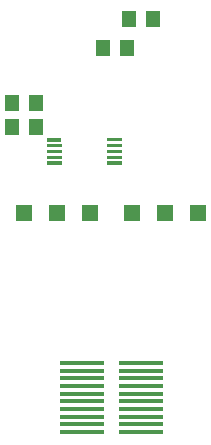
<source format=gtp>
G04 Layer: TopPasteMaskLayer*
G04 EasyEDA v6.1.30, Mon, 13 May 2019 14:05:24 GMT*
G04 ec786ea291e64042a76a9efa09ec0a6e,e7f1f9e1ee6f4799bc2d14f0a93ba244,10*
G04 Gerber Generator version 0.2*
G04 Scale: 100 percent, Rotated: No, Reflected: No *
G04 Dimensions in inches *
G04 leading zeros omitted , absolute positions ,2 integer and 4 decimal *
%FSLAX24Y24*%
%MOIN*%
G90*
G70D02*

%ADD13R,0.055118X0.055118*%
%ADD14R,0.045670X0.057087*%
%ADD15R,0.150000X0.016000*%
%ADD16R,0.051181X0.011800*%

%LPD*%
G54D13*
G01X8950Y12350D03*
G01X7850Y12350D03*
G01X6750Y12350D03*
G01X5350Y12350D03*
G01X4250Y12350D03*
G01X3150Y12350D03*
G54D14*
G01X5800Y17850D03*
G01X6600Y17850D03*
G01X6650Y18800D03*
G01X7450Y18800D03*
G54D15*
G01X5100Y7351D03*
G01X5100Y7095D03*
G01X5100Y6839D03*
G01X5100Y6583D03*
G01X5100Y6327D03*
G01X5100Y6071D03*
G01X5100Y5816D03*
G01X5100Y5560D03*
G01X5100Y5304D03*
G01X5100Y5048D03*
G01X7050Y5048D03*
G01X7050Y5304D03*
G01X7050Y5560D03*
G01X7050Y5816D03*
G01X7050Y6071D03*
G01X7050Y6327D03*
G01X7050Y6583D03*
G01X7050Y6839D03*
G01X7050Y7095D03*
G01X7050Y7351D03*
G36*
G01X6416Y13949D02*
G01X5904Y13949D01*
G01X5904Y14067D01*
G01X6416Y14067D01*
G01X6416Y13949D01*
G37*
G36*
G01X6416Y14145D02*
G01X5904Y14145D01*
G01X5904Y14263D01*
G01X6416Y14263D01*
G01X6416Y14145D01*
G37*
G36*
G01X6415Y14343D02*
G01X5904Y14343D01*
G01X5904Y14461D01*
G01X6415Y14461D01*
G01X6415Y14343D01*
G37*
G36*
G01X6416Y14539D02*
G01X5904Y14539D01*
G01X5904Y14657D01*
G01X6416Y14657D01*
G01X6416Y14539D01*
G37*
G36*
G01X6416Y14736D02*
G01X5904Y14736D01*
G01X5904Y14854D01*
G01X6416Y14854D01*
G01X6416Y14736D01*
G37*
G54D16*
G01X4165Y14794D03*
G36*
G01X4421Y14537D02*
G01X3909Y14537D01*
G01X3909Y14655D01*
G01X4421Y14655D01*
G01X4421Y14537D01*
G37*
G36*
G01X4421Y14340D02*
G01X3909Y14340D01*
G01X3909Y14458D01*
G01X4421Y14458D01*
G01X4421Y14340D01*
G37*
G36*
G01X4421Y14143D02*
G01X3909Y14143D01*
G01X3909Y14261D01*
G01X4421Y14261D01*
G01X4421Y14143D01*
G37*
G36*
G01X4421Y13947D02*
G01X3909Y13947D01*
G01X3909Y14065D01*
G01X4421Y14065D01*
G01X4421Y13947D01*
G37*
G54D14*
G01X2750Y15200D03*
G01X3550Y15200D03*
G01X2750Y16000D03*
G01X3550Y16000D03*
M00*
M02*

</source>
